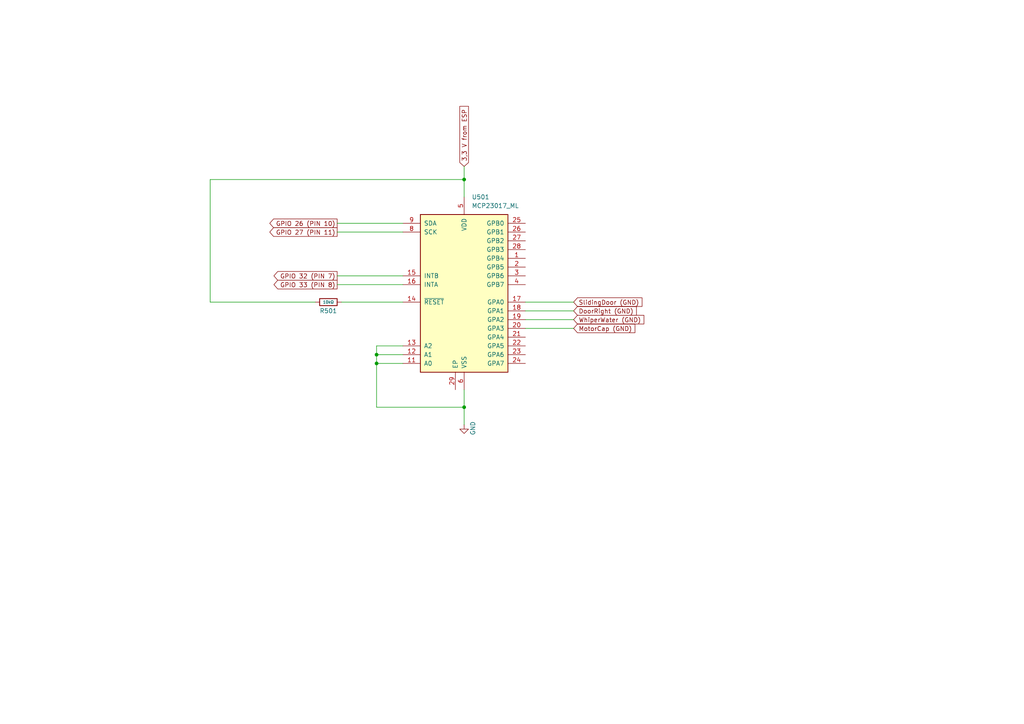
<source format=kicad_sch>
(kicad_sch (version 20231120) (generator "eeschema") (generator_version "8.0")
  (paper "A4")
  (lib_symbols
    (symbol "Interface_Expansion:MCP23017_ML" (pin_names (offset 1.016))
      (property "Reference" "U" (at -11.43 24.13 0))
      (property "Value" "MCP23017_ML" (at 0 0 0))
      (symbol "MCP23017_ML_0_1"
        (rectangle (start -12.7 22.86) (end 12.7 -22.86) (stroke (width 0.254)) (fill (type background)))
      )
      (symbol "MCP23017_ML_1_1"
        (pin bidirectional line (at 17.78 10.16 180) (length 5.08) (name "GPB4") (number "1"))
        (pin no_connect line (at -12.7 12.7 0) (length 5.08) hide (name "NC") (number "10"))
        (pin input line (at -17.78 -20.32 0) (length 5.08) (name "A0") (number "11"))
        (pin input line (at -17.78 -17.78 0) (length 5.08) (name "A1") (number "12"))
        (pin input line (at -17.78 -15.24 0) (length 5.08) (name "A2") (number "13"))
        (pin input line (at -17.78 -2.54 0) (length 5.08) (name "~{RESET}") (number "14"))
        (pin tri_state line (at -17.78 5.08 0) (length 5.08) (name "INTB") (number "15"))
        (pin tri_state line (at -17.78 2.54 0) (length 5.08) (name "INTA") (number "16"))
        (pin bidirectional line (at 17.78 -2.54 180) (length 5.08) (name "GPA0") (number "17"))
        (pin bidirectional line (at 17.78 -5.08 180) (length 5.08) (name "GPA1") (number "18"))
        (pin bidirectional line (at 17.78 -7.62 180) (length 5.08) (name "GPA2") (number "19"))
        (pin bidirectional line (at 17.78 7.62 180) (length 5.08) (name "GPB5") (number "2"))
        (pin bidirectional line (at 17.78 -10.16 180) (length 5.08) (name "GPA3") (number "20"))
        (pin bidirectional line (at 17.78 -12.7 180) (length 5.08) (name "GPA4") (number "21"))
        (pin bidirectional line (at 17.78 -15.24 180) (length 5.08) (name "GPA5") (number "22"))
        (pin bidirectional line (at 17.78 -17.78 180) (length 5.08) (name "GPA6") (number "23"))
        (pin output line (at 17.78 -20.32 180) (length 5.08) (name "GPA7") (number "24"))
        (pin bidirectional line (at 17.78 20.32 180) (length 5.08) (name "GPB0") (number "25"))
        (pin bidirectional line (at 17.78 17.78 180) (length 5.08) (name "GPB1") (number "26"))
        (pin bidirectional line (at 17.78 15.24 180) (length 5.08) (name "GPB2") (number "27"))
        (pin bidirectional line (at 17.78 12.7 180) (length 5.08) (name "GPB3") (number "28"))
        (pin passive line (at -2.54 -27.94 90) (length 5.08) (name "EP") (number "29"))
        (pin bidirectional line (at 17.78 5.08 180) (length 5.08) (name "GPB6") (number "3"))
        (pin output line (at 17.78 2.54 180) (length 5.08) (name "GPB7") (number "4"))
        (pin power_in line (at 0 27.94 270) (length 5.08) (name "VDD") (number "5"))
        (pin power_in line (at 0 -27.94 90) (length 5.08) (name "VSS") (number "6"))
        (pin no_connect line (at -12.7 15.24 0) (length 5.08) hide (name "NC") (number "7"))
        (pin input line (at -17.78 17.78 0) (length 5.08) (name "SCK") (number "8"))
        (pin bidirectional line (at -17.78 20.32 0) (length 5.08) (name "SDA") (number "9"))
      )
    )
    (symbol "PCM_JLCPCB-Resistors:0603,10kΩ" (pin_numbers hide) (pin_names (offset 0))
      (property "Reference" "R" (at 1.778 0 0))
      (property "Value" "10kΩ" (at 0 0 90))
      (symbol "0603,10kΩ_0_1"
        (rectangle (start -1.016 2.54) (end 1.016 -2.54) (stroke (width 0.254)))
      )
      (symbol "0603,10kΩ_1_1"
        (pin passive line (at 0 3.81 270) (length 1.27) (name "~") (number "1"))
        (pin passive line (at 0 -3.81 90) (length 1.27) (name "~") (number "2"))
      )
    )
    (symbol "power:GND" (power) (pin_numbers hide) (pin_names (offset 0) hide)
      (property "Value" "GND" (at 0 -3.81 0))
      (symbol "GND_0_1"
        (polyline (pts (xy 0 0) (xy 0 -1.27) (xy 1.27 -1.27) (xy 0 -2.54) (xy -1.27 -1.27) (xy 0 -1.27)))
      )
      (symbol "GND_1_1"
        (pin power_in line (at 0 0 270) (length 0) (name "~") (number "1"))
      )
    )
  )
  (junction (at 109.22 102.87))
  (junction (at 134.62 118.11))
  (junction (at 109.22 105.41))
  (junction (at 134.62 52.07))
  (wire (pts (xy 109.22 105.41) (xy 116.84 105.41)))
  (wire (pts (xy 109.22 118.11) (xy 134.62 118.11)))
  (wire (pts (xy 60.96 87.63) (xy 60.96 52.07)))
  (wire (pts (xy 109.22 100.33) (xy 109.22 102.87)))
  (wire (pts (xy 97.79 64.77) (xy 116.84 64.77)))
  (wire (pts (xy 91.44 87.63) (xy 60.96 87.63)))
  (wire (pts (xy 116.84 100.33) (xy 109.22 100.33)))
  (wire (pts (xy 97.79 82.55) (xy 116.84 82.55)))
  (wire (pts (xy 109.22 102.87) (xy 109.22 105.41)))
  (wire (pts (xy 99.06 87.63) (xy 116.84 87.63)))
  (wire (pts (xy 60.96 52.07) (xy 134.62 52.07)))
  (wire (pts (xy 134.62 52.07) (xy 134.62 57.15)))
  (wire (pts (xy 134.62 48.26) (xy 134.62 52.07)))
  (wire (pts (xy 109.22 105.41) (xy 109.22 118.11)))
  (wire (pts (xy 134.62 113.03) (xy 134.62 118.11)))
  (wire (pts (xy 97.79 67.31) (xy 116.84 67.31)))
  (wire (pts (xy 152.4 87.63) (xy 166.37 87.63)))
  (wire (pts (xy 134.62 118.11) (xy 134.62 123.19)))
  (wire (pts (xy 109.22 102.87) (xy 116.84 102.87)))
  (wire (pts (xy 152.4 90.17) (xy 166.37 90.17)))
  (wire (pts (xy 97.79 80.01) (xy 116.84 80.01)))
  (wire (pts (xy 152.4 92.71) (xy 166.37 92.71)))
  (wire (pts (xy 152.4 95.25) (xy 166.37 95.25)))
  (global_label "SlidingDoor (GND)" (shape input) (at 166.37 87.63 0) (property "Intersheetrefs" "${INTERSHEET_REFS}" (at 186.7722 87.63 0) (effects (justify left))))
  (global_label "DoorRight (GND)" (shape input) (at 166.37 90.17 0) (property "Intersheetrefs" "${INTERSHEET_REFS}" (at 185.1394 90.17 0) (effects (justify left))))
  (global_label "3,3 V from ESP" (shape input) (at 134.62 48.26 90) (property "Intersheetrefs" "${INTERSHEET_REFS}" (at 134.62 30.2769 90) (effects (justify left))))
  (global_label "GPIO 27 (PIN 11)" (shape output) (at 97.79 67.31 180) (property "Intersheetrefs" "${INTERSHEET_REFS}" (at 77.69 67.31 0) (effects (justify right))))
  (global_label "WhiperWater (GND)" (shape input) (at 166.37 92.71 0) (property "Intersheetrefs" "${INTERSHEET_REFS}" (at 187.3166 92.71 0) (effects (justify left))))
  (global_label "GPIO 32 (PIN 7)" (shape output) (at 97.79 80.01 180) (property "Intersheetrefs" "${INTERSHEET_REFS}" (at 78.8995 80.01 0) (effects (justify right))))
  (global_label "GPIO 33 (PIN 8)" (shape output) (at 97.79 82.55 180) (property "Intersheetrefs" "${INTERSHEET_REFS}" (at 78.8995 82.55 0) (effects (justify right))))
  (global_label "MotorCap (GND)" (shape input) (at 166.37 95.25 0) (property "Intersheetrefs" "${INTERSHEET_REFS}" (at 184.716 95.25 0) (effects (justify left))))
  (global_label "GPIO 26 (PIN 10)" (shape output) (at 97.79 64.77 180) (property "Intersheetrefs" "${INTERSHEET_REFS}" (at 77.69 64.77 0) (effects (justify right))))
  (symbol (lib_id "PCM_JLCPCB-Resistors:0603,10kΩ") (at 95.25 87.63 90) (unit 1)
    (property "Reference" "R501" (at 95.25 90.17 90))
    (property "Value" "10kΩ" (at 95.25 87.63 90) (effects (font (size 0.8 0.8))))
    (property "Footprint" "PCM_JLCPCB:R_0603" (effects (hide yes)))
    (property "Datasheet" "https://www.lcsc.com/datasheet/lcsc_datasheet_2206010045_UNI-ROYAL-Uniroyal-Elec-0603WAF1002T5E_C25804.pdf" (effects (hide yes)))
    (property "Description" "100mW Thick Film Resistors 75V ±100ppm/°C ±1% 10kΩ 0603 Chip Resistor - Surface Mount ROHS" (effects (hide yes)))
    (property "LCSC" "C25804" (effects (hide yes)))
    (property "Stock" "32886312" (effects (hide yes)))
    (property "Price" "0.004USD" (effects (hide yes)))
    (property "Process" "SMT" (effects (hide yes)))
    (property "Minimum Qty" "20" (effects (hide yes)))
    (property "Attrition Qty" "10" (effects (hide yes)))
    (property "Class" "Basic Component" (effects (hide yes)))
    (property "Category" "Resistors,Chip Resistor - Surface Mount" (effects (hide yes)))
    (property "Manufacturer" "UNI-ROYAL(Uniroyal Elec)" (effects (hide yes)))
    (property "Part" "0603WAF1002T5E" (effects (hide yes)))
    (property "Resistance" "10kΩ" (effects (hide yes)))
    (property "Power(Watts)" "100mW" (effects (hide yes)))
    (property "Type" "Thick Film Resistors" (effects (hide yes)))
    (property "Overload Voltage (Max)" "75V" (effects (hide yes)))
    (property "Operating Temperature Range" "-55°C~+155°C" (effects (hide yes)))
    (property "Tolerance" "±1%" (effects (hide yes)))
    (property "Temperature Coefficient" "±100ppm/°C" (effects (hide yes)))
  )
  (symbol (lib_id "Interface_Expansion:MCP23017_ML") (at 134.62 85.09 0) (unit 1)
    (property "Reference" "U501" (at 136.8141 57.15 0) (effects (justify left)))
    (property "Value" "MCP23017_ML" (at 136.8141 59.69 0) (effects (justify left)))
    (property "Footprint" "Package_DFN_QFN:QFN-28-1EP_6x6mm_P0.65mm_EP4.25x4.25mm" (effects (hide yes)))
    (property "Datasheet" "https://ww1.microchip.com/downloads/aemDocuments/documents/APID/ProductDocuments/DataSheets/MCP23017-Data-Sheet-DS20001952.pdf" (effects (hide yes)))
    (property "Description" "16-bit I/O expander, I2C, interrupts, w pull-ups, GPA/B7 output only (https://microchip.my.site.com/s/article/GPA7---GPB7-Cannot-Be-Used-as-Inputs-In-MCP23017), QFN-28" (effects (hide yes)))
  )
  (symbol (lib_id "power:GND") (at 134.62 123.19 0) (unit 1)
    (property "Reference" "#PWR0501" (effects (hide yes)))
    (property "Value" "GND" (at 137.16 122.174 90) (effects (justify right)))
    (property "Description" "Power symbol creates a global label with name \"GND\" , ground" (effects (hide yes)))
  )
)
</source>
